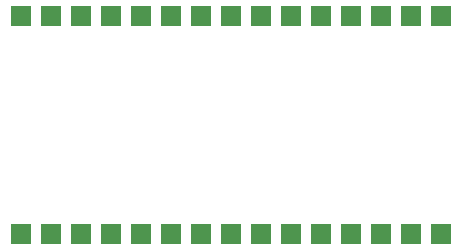
<source format=gbr>
%TF.GenerationSoftware,KiCad,Pcbnew,(6.0.2)*%
%TF.CreationDate,2023-05-04T12:33:09+02:00*%
%TF.ProjectId,ArduBatt,41726475-4261-4747-942e-6b696361645f,rev?*%
%TF.SameCoordinates,Original*%
%TF.FileFunction,Paste,Bot*%
%TF.FilePolarity,Positive*%
%FSLAX46Y46*%
G04 Gerber Fmt 4.6, Leading zero omitted, Abs format (unit mm)*
G04 Created by KiCad (PCBNEW (6.0.2)) date 2023-05-04 12:33:09*
%MOMM*%
%LPD*%
G01*
G04 APERTURE LIST*
%ADD10R,1.665000X1.665000*%
G04 APERTURE END LIST*
D10*
%TO.C,U2*%
X148500000Y-87105000D03*
X145960000Y-87105000D03*
X143420000Y-87105000D03*
X140880000Y-87105000D03*
X138340000Y-87105000D03*
X135800000Y-87105000D03*
X133260000Y-87105000D03*
X130720000Y-87105000D03*
X128180000Y-87105000D03*
X125640000Y-87105000D03*
X123100000Y-87105000D03*
X120560000Y-87105000D03*
X118020000Y-87105000D03*
X115480000Y-87105000D03*
X112940000Y-87105000D03*
X112940000Y-68605000D03*
X115480000Y-68605000D03*
X118020000Y-68605000D03*
X120560000Y-68605000D03*
X123100000Y-68605000D03*
X125640000Y-68605000D03*
X128180000Y-68605000D03*
X130720000Y-68605000D03*
X133260000Y-68605000D03*
X135800000Y-68605000D03*
X138340000Y-68605000D03*
X140880000Y-68605000D03*
X143420000Y-68605000D03*
X145960000Y-68605000D03*
X148500000Y-68605000D03*
%TD*%
M02*

</source>
